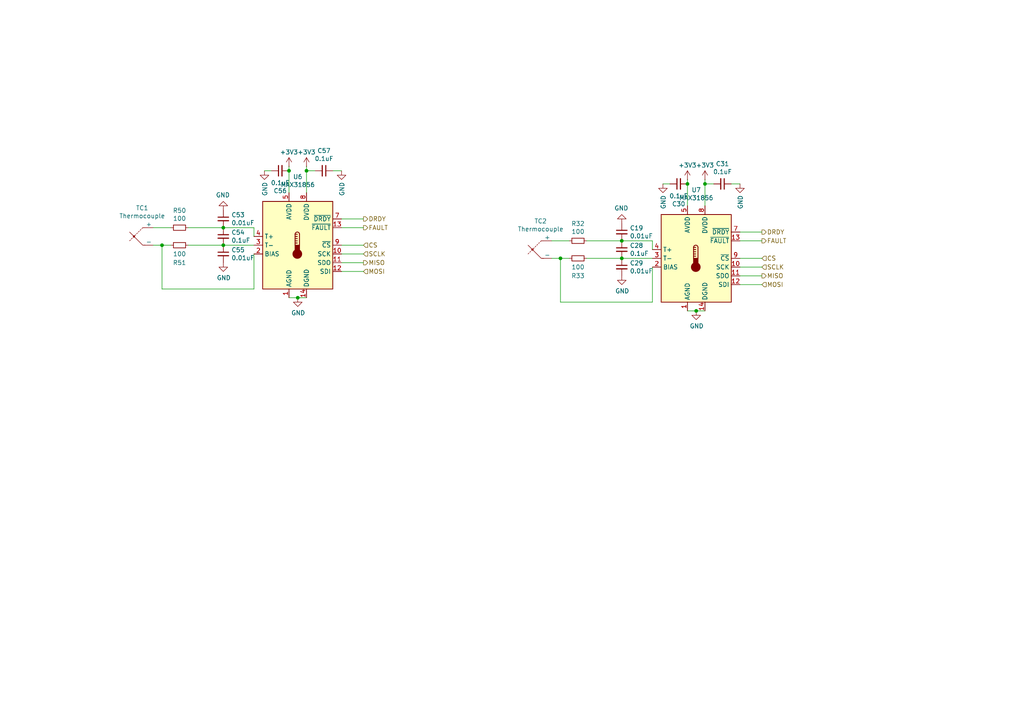
<source format=kicad_sch>
(kicad_sch (version 20250114) (generator "eeschema") (generator_version "9.0")
  (paper "A4")
  (lib_symbols
    (symbol "Device:C_Small" (pin_numbers (hide yes)) (pin_names (offset 0.254) (hide yes))
      (property "Reference" "C" (at 0.254 1.778 0))
      (property "Value" "C_Small" (at 0.254 -2.032 0))
      (symbol "C_Small_0_1"
        (polyline (pts (xy -1.524 0.508) (xy 1.524 0.508)) (stroke (width 0.3048)))
        (polyline (pts (xy -1.524 -0.508) (xy 1.524 -0.508)) (stroke (width 0.3302)))
      )
      (symbol "C_Small_1_1"
        (pin passive line (at 0 2.54 270) (length 2.032) (name "~") (number "1"))
        (pin passive line (at 0 -2.54 90) (length 2.032) (name "~") (number "2"))
      )
    )
    (symbol "Device:R_Small" (pin_numbers (hide yes)) (pin_names (offset 0.254) (hide yes))
      (property "Reference" "R" (at 0.762 0.508 0))
      (property "Value" "R_Small" (at 0.762 -1.016 0))
      (symbol "R_Small_0_1"
        (rectangle (start -0.762 1.778) (end 0.762 -1.778) (stroke (width 0.2032)))
      )
      (symbol "R_Small_1_1"
        (pin passive line (at 0 2.54 270) (length 0.762) (name "~") (number "1"))
        (pin passive line (at 0 -2.54 90) (length 0.762) (name "~") (number "2"))
      )
    )
    (symbol "Device:Thermocouple" (pin_numbers (hide yes)) (pin_names (offset 0))
      (property "Reference" "TC" (at -3.048 3.81 0))
      (property "Value" "Thermocouple" (at -5.08 -4.064 0))
      (symbol "Thermocouple_0_1"
        (polyline (pts (xy -4.064 -1.016) (xy -4.318 -1.27)))
        (polyline (pts (xy -3.556 -0.508) (xy -3.81 -0.762)))
        (circle (center -3.048 0) (radius 0.254) (fill (type outline)))
        (polyline (pts (xy -3.048 0) (xy -3.302 -0.254)))
        (polyline (pts (xy -2.54 0.508) (xy -2.794 0.254)))
        (polyline (pts (xy -2.032 1.016) (xy -2.286 0.762)))
        (polyline (pts (xy -1.524 1.524) (xy -1.778 1.27)))
        (polyline (pts (xy -1.016 2.032) (xy -1.27 1.778)))
        (polyline (pts (xy -0.508 2.54) (xy -0.762 2.286)))
        (polyline (pts (xy 0 2.54) (xy -0.508 2.54)))
        (polyline (pts (xy 0 -2.54) (xy -0.254 -2.54)))
        (polyline (pts (xy 0.254 -2.54) (xy -0.508 -2.54) (xy -4.318 1.27)))
      )
      (symbol "Thermocouple_1_1"
        (pin passive line (at 2.54 2.54 180) (length 2.54) (name "+") (number "1"))
        (pin passive line (at 2.54 -2.54 180) (length 2.54) (name "-") (number "2"))
      )
    )
    (symbol "Sensor_Temperature:MAX31856"
      (property "Reference" "U" (at -7.62 13.97 0))
      (property "Value" "MAX31856" (at 13.97 13.97 0))
      (symbol "MAX31856_0_1"
        (rectangle (start -10.16 12.7) (end 10.16 -12.7) (stroke (width 0.254)) (fill (type background)))
        (polyline (pts (xy -0.762 3.175) (xy -0.762 0)) (stroke (width 0.254)))
        (polyline (pts (xy -0.762 3.175) (xy -0.127 3.175)) (stroke (width 0.254)))
        (polyline (pts (xy -0.762 2.54) (xy -0.127 2.54)) (stroke (width 0.254)))
        (polyline (pts (xy -0.762 1.905) (xy -0.127 1.905)) (stroke (width 0.254)))
        (polyline (pts (xy -0.762 1.27) (xy -0.127 1.27)) (stroke (width 0.254)))
        (polyline (pts (xy -0.762 0.635) (xy -0.127 0.635)) (stroke (width 0.254)))
        (arc (start -0.762 3.175) (mid -0.127 3.8073) (end 0.508 3.175) (stroke (width 0.254)))
        (circle (center -0.127 -2.54) (radius 1.27) (stroke (width 0.254)) (fill (type outline)))
        (polyline (pts (xy 0.508 3.175) (xy 0.508 0)) (stroke (width 0.254)))
        (rectangle (start 0.508 -1.905) (end -0.762 0) (stroke (width 0.254)) (fill (type outline)))
      )
      (symbol "MAX31856_1_1"
        (pin input line (at -12.7 2.54 0) (length 2.54) (name "T+") (number "4"))
        (pin input line (at -12.7 0 0) (length 2.54) (name "T-") (number "3"))
        (pin input line (at -12.7 -2.54 0) (length 2.54) (name "BIAS") (number "2"))
        (pin no_connect line (at -10.16 -7.62 0) (length 2.54) (hide yes) (name "DNC") (number "6"))
        (pin power_in line (at -2.54 15.24 270) (length 2.54) (name "AVDD") (number "5"))
        (pin power_in line (at -2.54 -15.24 90) (length 2.54) (name "AGND") (number "1"))
        (pin power_in line (at 2.54 15.24 270) (length 2.54) (name "DVDD") (number "8"))
        (pin power_in line (at 2.54 -15.24 90) (length 2.54) (name "DGND") (number "14"))
        (pin output line (at 12.7 7.62 180) (length 2.54) (name "~{DRDY}") (number "7"))
        (pin output line (at 12.7 5.08 180) (length 2.54) (name "~{FAULT}") (number "13"))
        (pin input line (at 12.7 0 180) (length 2.54) (name "~{CS}") (number "9"))
        (pin input line (at 12.7 -2.54 180) (length 2.54) (name "SCK") (number "10"))
        (pin output line (at 12.7 -5.08 180) (length 2.54) (name "SDO") (number "11"))
        (pin input line (at 12.7 -7.62 180) (length 2.54) (name "SDI") (number "12"))
      )
    )
    (symbol "power:+3V3" (power) (pin_numbers (hide yes)) (pin_names (offset 0) (hide yes))
      (property "Value" "+3V3" (at 0 3.556 0))
      (symbol "+3V3_0_1"
        (polyline (pts (xy -0.762 1.27) (xy 0 2.54)))
        (polyline (pts (xy 0 2.54) (xy 0.762 1.27)))
        (polyline (pts (xy 0 0) (xy 0 2.54)))
      )
      (symbol "+3V3_1_1"
        (pin power_in line (at 0 0 90) (length 0) (name "~") (number "1"))
      )
    )
    (symbol "power:GND" (power) (pin_names (offset 0))
      (property "Value" "GND" (at 0 -3.81 0))
      (symbol "GND_0_1"
        (polyline (pts (xy 0 0) (xy 0 -1.27) (xy 1.27 -1.27) (xy 0 -2.54) (xy -1.27 -1.27) (xy 0 -1.27)))
      )
      (symbol "GND_1_1"
        (pin power_in line (at 0 0 270) (length 0) (hide yes) (name "GND") (number "1"))
      )
    )
  )
  (junction (at 88.9 49.53))
  (junction (at 199.39 53.34))
  (junction (at 204.47 53.34))
  (junction (at 46.99 71.12))
  (junction (at 86.36 86.36))
  (junction (at 201.93 90.17))
  (junction (at 83.82 49.53))
  (junction (at 180.34 74.93))
  (junction (at 64.77 66.04))
  (junction (at 180.34 69.85))
  (junction (at 162.56 74.93))
  (junction (at 64.77 71.12))
  (wire (pts (xy 220.98 82.55) (xy 214.63 82.55)))
  (wire (pts (xy 207.01 53.34) (xy 204.47 53.34)))
  (wire (pts (xy 204.47 90.17) (xy 201.93 90.17)))
  (wire (pts (xy 170.18 74.93) (xy 180.34 74.93)))
  (wire (pts (xy 76.708 49.53) (xy 78.74 49.53)))
  (wire (pts (xy 49.53 66.04) (xy 44.45 66.04)))
  (wire (pts (xy 64.77 66.04) (xy 73.66 66.04)))
  (wire (pts (xy 199.39 90.17) (xy 201.93 90.17)))
  (wire (pts (xy 105.41 78.74) (xy 99.06 78.74)))
  (wire (pts (xy 180.34 69.85) (xy 189.23 69.85)))
  (wire (pts (xy 88.9 49.53) (xy 88.9 55.88)))
  (wire (pts (xy 54.61 66.04) (xy 64.77 66.04)))
  (wire (pts (xy 189.23 77.47) (xy 189.23 87.63)))
  (wire (pts (xy 83.82 49.53) (xy 83.82 55.88)))
  (wire (pts (xy 212.09 53.34) (xy 214.63 53.34)))
  (wire (pts (xy 83.82 49.53) (xy 83.82 48.26)))
  (wire (pts (xy 83.82 86.36) (xy 86.36 86.36)))
  (wire (pts (xy 160.02 74.93) (xy 162.56 74.93)))
  (wire (pts (xy 105.41 63.5) (xy 99.06 63.5)))
  (wire (pts (xy 73.66 83.82) (xy 46.99 83.82)))
  (wire (pts (xy 214.63 77.47) (xy 220.98 77.47)))
  (wire (pts (xy 180.34 74.93) (xy 189.23 74.93)))
  (wire (pts (xy 73.66 66.04) (xy 73.66 68.58)))
  (wire (pts (xy 189.23 69.85) (xy 189.23 72.39)))
  (wire (pts (xy 214.63 69.85) (xy 220.98 69.85)))
  (wire (pts (xy 165.1 69.85) (xy 160.02 69.85)))
  (wire (pts (xy 88.9 49.53) (xy 88.9 48.26)))
  (wire (pts (xy 64.77 71.12) (xy 73.66 71.12)))
  (wire (pts (xy 220.98 74.93) (xy 214.63 74.93)))
  (wire (pts (xy 162.56 74.93) (xy 165.1 74.93)))
  (wire (pts (xy 192.278 53.34) (xy 194.31 53.34)))
  (wire (pts (xy 91.44 49.53) (xy 88.9 49.53)))
  (wire (pts (xy 46.99 71.12) (xy 49.53 71.12)))
  (wire (pts (xy 220.98 67.31) (xy 214.63 67.31)))
  (wire (pts (xy 162.56 87.63) (xy 162.56 74.93)))
  (wire (pts (xy 189.23 87.63) (xy 162.56 87.63)))
  (wire (pts (xy 220.98 80.01) (xy 214.63 80.01)))
  (wire (pts (xy 46.99 83.82) (xy 46.99 71.12)))
  (wire (pts (xy 204.47 53.34) (xy 204.47 52.07)))
  (wire (pts (xy 170.18 69.85) (xy 180.34 69.85)))
  (wire (pts (xy 73.66 73.66) (xy 73.66 83.82)))
  (wire (pts (xy 99.06 73.66) (xy 105.41 73.66)))
  (wire (pts (xy 96.52 49.53) (xy 99.06 49.53)))
  (wire (pts (xy 199.39 53.34) (xy 199.39 59.69)))
  (wire (pts (xy 199.39 53.34) (xy 199.39 52.07)))
  (wire (pts (xy 99.06 66.04) (xy 105.41 66.04)))
  (wire (pts (xy 204.47 53.34) (xy 204.47 59.69)))
  (wire (pts (xy 105.41 71.12) (xy 99.06 71.12)))
  (wire (pts (xy 105.41 76.2) (xy 99.06 76.2)))
  (wire (pts (xy 88.9 86.36) (xy 86.36 86.36)))
  (wire (pts (xy 54.61 71.12) (xy 64.77 71.12)))
  (wire (pts (xy 44.45 71.12) (xy 46.99 71.12)))
  (hierarchical_label "SCLK" (shape input) (at 105.41 73.66 0))
  (hierarchical_label "DRDY" (shape output) (at 220.98 67.31 0))
  (hierarchical_label "MISO" (shape output) (at 105.41 76.2 0))
  (hierarchical_label "FAULT" (shape output) (at 105.41 66.04 0))
  (hierarchical_label "CS" (shape input) (at 105.41 71.12 0))
  (hierarchical_label "SCLK" (shape input) (at 220.98 77.47 0))
  (hierarchical_label "DRDY" (shape output) (at 105.41 63.5 0))
  (hierarchical_label "CS" (shape input) (at 220.98 74.93 0))
  (hierarchical_label "MOSI" (shape input) (at 105.41 78.74 0))
  (hierarchical_label "MOSI" (shape input) (at 220.98 82.55 0))
  (hierarchical_label "FAULT" (shape output) (at 220.98 69.85 0))
  (hierarchical_label "MISO" (shape output) (at 220.98 80.01 0))
  (symbol (lib_id "Sensor_Temperature:MAX31856") (at 86.36 71.12 0) (unit 1)
    (property "Reference" "U6" (at 86.36 51.2826 0))
    (property "Value" "MAX31856" (at 86.36 53.594 0))
    (property "Footprint" "Package_SO:TSSOP-14_4.4x5mm_P0.65mm" (effects (hide yes)))
    (property "Datasheet" "https://datasheets.maximintegrated.com/en/ds/MAX31856.pdf" (effects (hide yes)))
  )
  (symbol (lib_id "power:GND") (at 86.36 86.36 0) (unit 1)
    (property "Reference" "#PWR0113" (effects (hide yes)))
    (property "Value" "GND" (at 86.487 90.7542 0))
  )
  (symbol (lib_id "Device:C_Small") (at 81.28 49.53 90) (unit 1)
    (property "Reference" "C56" (at 81.28 55.3466 90))
    (property "Value" "0.1uF" (at 81.28 53.0352 90))
    (property "Footprint" "Capacitor_SMD:C_0402_1005Metric" (effects (hide yes)))
  )
  (symbol (lib_id "power:GND") (at 76.708 49.53 0) (unit 1)
    (property "Reference" "#PWR0111" (effects (hide yes)))
    (property "Value" "GND" (at 76.835 52.7812 90) (effects (justify right)))
  )
  (symbol (lib_id "Device:Thermocouple") (at 41.91 68.58 0) (unit 1)
    (property "Reference" "TC1" (at 41.2242 60.325 0))
    (property "Value" "Thermocouple" (at 41.2242 62.6364 0))
    (property "Footprint" "Connector_Molex:Molex_Nano-Fit_105313-xx02_1x02_P2.50mm_Horizontal" (effects (hide yes)))
  )
  (symbol (lib_id "Device:R_Small") (at 52.07 66.04 270) (unit 1)
    (property "Reference" "R50" (at 52.07 61.0616 90))
    (property "Value" "100" (at 52.07 63.373 90))
    (property "Footprint" "Resistor_SMD:R_0402_1005Metric" (effects (hide yes)))
  )
  (symbol (lib_id "Device:R_Small") (at 52.07 71.12 90) (unit 1)
    (property "Reference" "R51" (at 52.07 76.2 90))
    (property "Value" "100" (at 52.07 73.66 90))
    (property "Footprint" "Resistor_SMD:R_0402_1005Metric" (effects (hide yes)))
  )
  (symbol (lib_id "Device:C_Small") (at 64.77 68.58 0) (unit 1)
    (property "Reference" "C54" (at 67.1068 67.4116 0) (effects (justify left)))
    (property "Value" "0.1uF" (at 67.1068 69.723 0) (effects (justify left)))
    (property "Footprint" "Capacitor_SMD:C_0402_1005Metric" (effects (hide yes)))
  )
  (symbol (lib_id "Device:C_Small") (at 64.77 63.5 0) (unit 1)
    (property "Reference" "C53" (at 67.1068 62.3316 0) (effects (justify left)))
    (property "Value" "0.01uF" (at 67.1068 64.643 0) (effects (justify left)))
    (property "Footprint" "Capacitor_SMD:C_0402_1005Metric" (effects (hide yes)))
  )
  (symbol (lib_id "Device:C_Small") (at 64.77 73.66 0) (unit 1)
    (property "Reference" "C55" (at 67.1068 72.4916 0) (effects (justify left)))
    (property "Value" "0.01uF" (at 67.1068 74.803 0) (effects (justify left)))
    (property "Footprint" "Capacitor_SMD:C_0402_1005Metric" (effects (hide yes)))
  )
  (symbol (lib_id "power:GND") (at 64.77 76.2 0) (unit 1)
    (property "Reference" "#PWR0110" (effects (hide yes)))
    (property "Value" "GND" (at 64.897 80.5942 0))
  )
  (symbol (lib_id "power:GND") (at 64.77 60.96 180) (unit 1)
    (property "Reference" "#PWR0109" (effects (hide yes)))
    (property "Value" "GND" (at 64.643 56.5658 0))
  )
  (symbol (lib_id "power:GND") (at 99.06 49.53 0) (unit 1)
    (property "Reference" "#PWR0115" (effects (hide yes)))
    (property "Value" "GND" (at 99.187 52.7812 90) (effects (justify right)))
  )
  (symbol (lib_id "power:+3V3") (at 88.9 48.26 0) (unit 1)
    (property "Reference" "#PWR063" (effects (hide yes)))
    (property "Value" "+3V3" (at 88.9 44.1269 0))
    (property "Description" "Power symbol creates a global label with name \"+3V3\"" (effects (hide yes)))
  )
  (symbol (lib_id "Device:R_Small") (at 167.64 74.93 90) (unit 1)
    (property "Reference" "R33" (at 167.64 80.01 90))
    (property "Value" "100" (at 167.64 77.47 90))
    (property "Footprint" "Resistor_SMD:R_0402_1005Metric" (effects (hide yes)))
  )
  (symbol (lib_id "Device:Thermocouple") (at 157.48 72.39 0) (unit 1)
    (property "Reference" "TC2" (at 156.7942 64.135 0))
    (property "Value" "Thermocouple" (at 156.7942 66.4464 0))
    (property "Footprint" "Connector_Molex:Molex_Nano-Fit_105313-xx02_1x02_P2.50mm_Horizontal" (effects (hide yes)))
  )
  (symbol (lib_id "Sensor_Temperature:MAX31856") (at 201.93 74.93 0) (unit 1)
    (property "Reference" "U7" (at 201.93 55.0926 0))
    (property "Value" "MAX31856" (at 201.93 57.404 0))
    (property "Footprint" "Package_SO:TSSOP-14_4.4x5mm_P0.65mm" (effects (hide yes)))
    (property "Datasheet" "https://datasheets.maximintegrated.com/en/ds/MAX31856.pdf" (effects (hide yes)))
  )
  (symbol (lib_id "Device:C_Small") (at 180.34 77.47 0) (unit 1)
    (property "Reference" "C29" (at 182.6768 76.3016 0) (effects (justify left)))
    (property "Value" "0.01uF" (at 182.6768 78.613 0) (effects (justify left)))
    (property "Footprint" "Capacitor_SMD:C_0402_1005Metric" (effects (hide yes)))
  )
  (symbol (lib_id "power:+3V3") (at 204.47 52.07 0) (unit 1)
    (property "Reference" "#PWR068" (effects (hide yes)))
    (property "Value" "+3V3" (at 204.47 47.9369 0))
    (property "Description" "Power symbol creates a global label with name \"+3V3\"" (effects (hide yes)))
  )
  (symbol (lib_id "power:GND") (at 214.63 53.34 0) (unit 1)
    (property "Reference" "#PWR069" (effects (hide yes)))
    (property "Value" "GND" (at 214.757 56.5912 90) (effects (justify right)))
  )
  (symbol (lib_id "Device:C_Small") (at 180.34 67.31 0) (unit 1)
    (property "Reference" "C19" (at 182.6768 66.1416 0) (effects (justify left)))
    (property "Value" "0.01uF" (at 182.6768 68.453 0) (effects (justify left)))
    (property "Footprint" "Capacitor_SMD:C_0402_1005Metric" (effects (hide yes)))
  )
  (symbol (lib_id "Device:C_Small") (at 93.98 49.53 270) (unit 1)
    (property "Reference" "C57" (at 93.98 43.7134 90))
    (property "Value" "0.1uF" (at 93.98 46.0248 90))
    (property "Footprint" "Capacitor_SMD:C_0402_1005Metric" (effects (hide yes)))
  )
  (symbol (lib_id "power:GND") (at 192.278 53.34 0) (unit 1)
    (property "Reference" "#PWR065" (effects (hide yes)))
    (property "Value" "GND" (at 192.405 56.5912 90) (effects (justify right)))
  )
  (symbol (lib_id "Device:C_Small") (at 180.34 72.39 0) (unit 1)
    (property "Reference" "C28" (at 182.6768 71.2216 0) (effects (justify left)))
    (property "Value" "0.1uF" (at 182.6768 73.533 0) (effects (justify left)))
    (property "Footprint" "Capacitor_SMD:C_0402_1005Metric" (effects (hide yes)))
  )
  (symbol (lib_id "power:+3V3") (at 83.82 48.26 0) (unit 1)
    (property "Reference" "#PWR061" (effects (hide yes)))
    (property "Value" "+3V3" (at 83.82 44.1269 0))
    (property "Description" "Power symbol creates a global label with name \"+3V3\"" (effects (hide yes)))
  )
  (symbol (lib_id "Device:C_Small") (at 209.55 53.34 270) (unit 1)
    (property "Reference" "C31" (at 209.55 47.5234 90))
    (property "Value" "0.1uF" (at 209.55 49.8348 90))
    (property "Footprint" "Capacitor_SMD:C_0402_1005Metric" (effects (hide yes)))
  )
  (symbol (lib_id "power:+3V3") (at 199.39 52.07 0) (unit 1)
    (property "Reference" "#PWR066" (effects (hide yes)))
    (property "Value" "+3V3" (at 199.39 47.9369 0))
    (property "Description" "Power symbol creates a global label with name \"+3V3\"" (effects (hide yes)))
  )
  (symbol (lib_id "power:GND") (at 201.93 90.17 0) (unit 1)
    (property "Reference" "#PWR067" (effects (hide yes)))
    (property "Value" "GND" (at 202.057 94.5642 0))
  )
  (symbol (lib_id "power:GND") (at 180.34 64.77 180) (unit 1)
    (property "Reference" "#PWR062" (effects (hide yes)))
    (property "Value" "GND" (at 180.213 60.3758 0))
  )
  (symbol (lib_id "Device:C_Small") (at 196.85 53.34 90) (unit 1)
    (property "Reference" "C30" (at 196.85 59.1566 90))
    (property "Value" "0.1uF" (at 196.85 56.8452 90))
    (property "Footprint" "Capacitor_SMD:C_0402_1005Metric" (effects (hide yes)))
  )
  (symbol (lib_id "Device:R_Small") (at 167.64 69.85 270) (unit 1)
    (property "Reference" "R32" (at 167.64 64.8716 90))
    (property "Value" "100" (at 167.64 67.183 90))
    (property "Footprint" "Resistor_SMD:R_0402_1005Metric" (effects (hide yes)))
  )
  (symbol (lib_id "power:GND") (at 180.34 80.01 0) (unit 1)
    (property "Reference" "#PWR064" (effects (hide yes)))
    (property "Value" "GND" (at 180.467 84.4042 0))
  )
)
</source>
